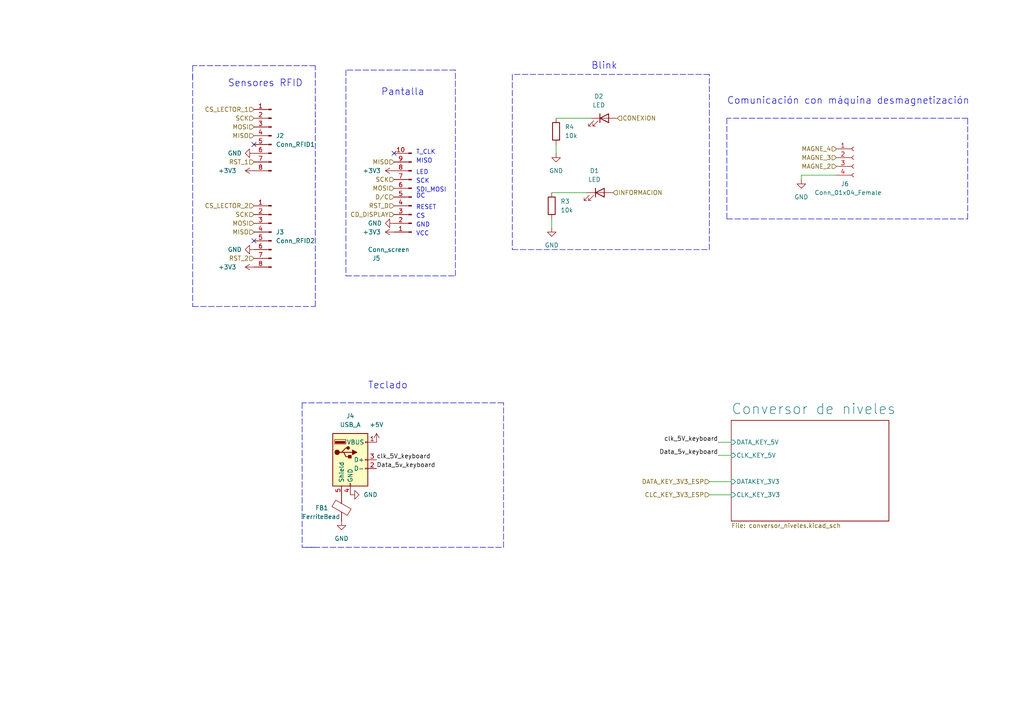
<source format=kicad_sch>
(kicad_sch (version 20211123) (generator eeschema)
  (paper "A4")
  (lib_symbols
    (symbol "Connector:Conn_01x04_Female" (pin_names (offset 1.016) hide)
      (property "Reference" "J" (at 0 5.08 0))
      (property "Value" "Conn_01x04_Female" (at 0 -7.62 0))
      (symbol "Conn_01x04_Female_1_1"
        (arc (start 0 -4.572) (mid -0.508 -5.08) (end 0 -5.588) (stroke (width 0.1524)))
        (arc (start 0 -2.032) (mid -0.508 -2.54) (end 0 -3.048) (stroke (width 0.1524)))
        (polyline (pts (xy -1.27 -5.08) (xy -0.508 -5.08)) (stroke (width 0.1524)))
        (polyline (pts (xy -1.27 -2.54) (xy -0.508 -2.54)) (stroke (width 0.1524)))
        (polyline (pts (xy -1.27 0) (xy -0.508 0)) (stroke (width 0.1524)))
        (polyline (pts (xy -1.27 2.54) (xy -0.508 2.54)) (stroke (width 0.1524)))
        (arc (start 0 0.508) (mid -0.508 0) (end 0 -0.508) (stroke (width 0.1524)))
        (arc (start 0 3.048) (mid -0.508 2.54) (end 0 2.032) (stroke (width 0.1524)))
        (pin passive line (at -5.08 2.54 0) (length 3.81) (name "Pin_1") (number "1"))
        (pin passive line (at -5.08 0 0) (length 3.81) (name "Pin_2") (number "2"))
        (pin passive line (at -5.08 -2.54 0) (length 3.81) (name "Pin_3") (number "3"))
        (pin passive line (at -5.08 -5.08 0) (length 3.81) (name "Pin_4") (number "4"))
      )
    )
    (symbol "Connector:Conn_01x08_Male" (pin_names (offset 1.016) hide)
      (property "Reference" "J" (at 0 10.16 0))
      (property "Value" "Conn_01x08_Male" (at 0 -12.7 0))
      (symbol "Conn_01x08_Male_1_1"
        (polyline (pts (xy 1.27 -10.16) (xy 0.8636 -10.16)) (stroke (width 0.1524)))
        (polyline (pts (xy 1.27 -7.62) (xy 0.8636 -7.62)) (stroke (width 0.1524)))
        (polyline (pts (xy 1.27 -5.08) (xy 0.8636 -5.08)) (stroke (width 0.1524)))
        (polyline (pts (xy 1.27 -2.54) (xy 0.8636 -2.54)) (stroke (width 0.1524)))
        (polyline (pts (xy 1.27 0) (xy 0.8636 0)) (stroke (width 0.1524)))
        (polyline (pts (xy 1.27 2.54) (xy 0.8636 2.54)) (stroke (width 0.1524)))
        (polyline (pts (xy 1.27 5.08) (xy 0.8636 5.08)) (stroke (width 0.1524)))
        (polyline (pts (xy 1.27 7.62) (xy 0.8636 7.62)) (stroke (width 0.1524)))
        (rectangle (start 0.8636 -10.033) (end 0 -10.287) (stroke (width 0.1524)) (fill (type outline)))
        (rectangle (start 0.8636 -7.493) (end 0 -7.747) (stroke (width 0.1524)) (fill (type outline)))
        (rectangle (start 0.8636 -4.953) (end 0 -5.207) (stroke (width 0.1524)) (fill (type outline)))
        (rectangle (start 0.8636 -2.413) (end 0 -2.667) (stroke (width 0.1524)) (fill (type outline)))
        (rectangle (start 0.8636 0.127) (end 0 -0.127) (stroke (width 0.1524)) (fill (type outline)))
        (rectangle (start 0.8636 2.667) (end 0 2.413) (stroke (width 0.1524)) (fill (type outline)))
        (rectangle (start 0.8636 5.207) (end 0 4.953) (stroke (width 0.1524)) (fill (type outline)))
        (rectangle (start 0.8636 7.747) (end 0 7.493) (stroke (width 0.1524)) (fill (type outline)))
        (pin passive line (at 5.08 7.62 180) (length 3.81) (name "Pin_1") (number "1"))
        (pin passive line (at 5.08 5.08 180) (length 3.81) (name "Pin_2") (number "2"))
        (pin passive line (at 5.08 2.54 180) (length 3.81) (name "Pin_3") (number "3"))
        (pin passive line (at 5.08 0 180) (length 3.81) (name "Pin_4") (number "4"))
        (pin passive line (at 5.08 -2.54 180) (length 3.81) (name "Pin_5") (number "5"))
        (pin passive line (at 5.08 -5.08 180) (length 3.81) (name "Pin_6") (number "6"))
        (pin passive line (at 5.08 -7.62 180) (length 3.81) (name "Pin_7") (number "7"))
        (pin passive line (at 5.08 -10.16 180) (length 3.81) (name "Pin_8") (number "8"))
      )
    )
    (symbol "Connector:Conn_01x10_Male" (pin_names (offset 1.016) hide)
      (property "Reference" "J" (at 0 12.7 0))
      (property "Value" "Conn_01x10_Male" (at 0 -15.24 0))
      (symbol "Conn_01x10_Male_1_1"
        (polyline (pts (xy 1.27 -12.7) (xy 0.8636 -12.7)) (stroke (width 0.1524)))
        (polyline (pts (xy 1.27 -10.16) (xy 0.8636 -10.16)) (stroke (width 0.1524)))
        (polyline (pts (xy 1.27 -7.62) (xy 0.8636 -7.62)) (stroke (width 0.1524)))
        (polyline (pts (xy 1.27 -5.08) (xy 0.8636 -5.08)) (stroke (width 0.1524)))
        (polyline (pts (xy 1.27 -2.54) (xy 0.8636 -2.54)) (stroke (width 0.1524)))
        (polyline (pts (xy 1.27 0) (xy 0.8636 0)) (stroke (width 0.1524)))
        (polyline (pts (xy 1.27 2.54) (xy 0.8636 2.54)) (stroke (width 0.1524)))
        (polyline (pts (xy 1.27 5.08) (xy 0.8636 5.08)) (stroke (width 0.1524)))
        (polyline (pts (xy 1.27 7.62) (xy 0.8636 7.62)) (stroke (width 0.1524)))
        (polyline (pts (xy 1.27 10.16) (xy 0.8636 10.16)) (stroke (width 0.1524)))
        (rectangle (start 0.8636 -12.573) (end 0 -12.827) (stroke (width 0.1524)) (fill (type outline)))
        (rectangle (start 0.8636 -10.033) (end 0 -10.287) (stroke (width 0.1524)) (fill (type outline)))
        (rectangle (start 0.8636 -7.493) (end 0 -7.747) (stroke (width 0.1524)) (fill (type outline)))
        (rectangle (start 0.8636 -4.953) (end 0 -5.207) (stroke (width 0.1524)) (fill (type outline)))
        (rectangle (start 0.8636 -2.413) (end 0 -2.667) (stroke (width 0.1524)) (fill (type outline)))
        (rectangle (start 0.8636 0.127) (end 0 -0.127) (stroke (width 0.1524)) (fill (type outline)))
        (rectangle (start 0.8636 2.667) (end 0 2.413) (stroke (width 0.1524)) (fill (type outline)))
        (rectangle (start 0.8636 5.207) (end 0 4.953) (stroke (width 0.1524)) (fill (type outline)))
        (rectangle (start 0.8636 7.747) (end 0 7.493) (stroke (width 0.1524)) (fill (type outline)))
        (rectangle (start 0.8636 10.287) (end 0 10.033) (stroke (width 0.1524)) (fill (type outline)))
        (pin passive line (at 5.08 10.16 180) (length 3.81) (name "Pin_1") (number "1"))
        (pin passive line (at 5.08 -12.7 180) (length 3.81) (name "Pin_10") (number "10"))
        (pin passive line (at 5.08 7.62 180) (length 3.81) (name "Pin_2") (number "2"))
        (pin passive line (at 5.08 5.08 180) (length 3.81) (name "Pin_3") (number "3"))
        (pin passive line (at 5.08 2.54 180) (length 3.81) (name "Pin_4") (number "4"))
        (pin passive line (at 5.08 0 180) (length 3.81) (name "Pin_5") (number "5"))
        (pin passive line (at 5.08 -2.54 180) (length 3.81) (name "Pin_6") (number "6"))
        (pin passive line (at 5.08 -5.08 180) (length 3.81) (name "Pin_7") (number "7"))
        (pin passive line (at 5.08 -7.62 180) (length 3.81) (name "Pin_8") (number "8"))
        (pin passive line (at 5.08 -10.16 180) (length 3.81) (name "Pin_9") (number "9"))
      )
    )
    (symbol "Connector:USB_A" (pin_names (offset 1.016))
      (property "Reference" "J" (at -5.08 11.43 0))
      (property "Value" "USB_A" (at -5.08 8.89 0))
      (symbol "USB_A_0_1"
        (rectangle (start -5.08 -7.62) (end 5.08 7.62) (stroke (width 0.254)) (fill (type background)))
        (circle (center -3.81 2.159) (radius 0.635) (stroke (width 0.254)) (fill (type outline)))
        (rectangle (start -1.524 4.826) (end -4.318 5.334) (fill (type outline)))
        (rectangle (start -1.27 4.572) (end -4.572 5.842))
        (circle (center -0.635 3.429) (radius 0.381) (stroke (width 0.254)) (fill (type outline)))
        (rectangle (start -0.127 -7.62) (end 0.127 -6.858))
        (polyline (pts (xy -3.175 2.159) (xy -2.54 2.159) (xy -1.27 3.429) (xy -0.635 3.429)) (stroke (width 0.254)))
        (polyline (pts (xy -2.54 2.159) (xy -1.905 2.159) (xy -1.27 0.889) (xy 0 0.889)) (stroke (width 0.254)))
        (polyline (pts (xy 0.635 2.794) (xy 0.635 1.524) (xy 1.905 2.159) (xy 0.635 2.794)) (stroke (width 0.254)) (fill (type outline)))
        (rectangle (start 0.254 1.27) (end -0.508 0.508) (stroke (width 0.254)) (fill (type outline)))
        (rectangle (start 5.08 -2.667) (end 4.318 -2.413))
        (rectangle (start 5.08 -0.127) (end 4.318 0.127))
        (rectangle (start 5.08 4.953) (end 4.318 5.207))
      )
      (symbol "USB_A_1_1"
        (polyline (pts (xy -1.905 2.159) (xy 0.635 2.159)) (stroke (width 0.254)))
        (pin power_in line (at 7.62 5.08 180) (length 2.54) (name "VBUS") (number "1"))
        (pin bidirectional line (at 7.62 -2.54 180) (length 2.54) (name "D-") (number "2"))
        (pin bidirectional line (at 7.62 0 180) (length 2.54) (name "D+") (number "3"))
        (pin power_in line (at 0 -10.16 90) (length 2.54) (name "GND") (number "4"))
        (pin passive line (at -2.54 -10.16 90) (length 2.54) (name "Shield") (number "5"))
      )
    )
    (symbol "Device:FerriteBead" (pin_numbers hide) (pin_names (offset 0))
      (property "Reference" "FB" (at -3.81 0.635 90))
      (property "Value" "FerriteBead" (at 3.81 0 90))
      (symbol "FerriteBead_0_1"
        (polyline (pts (xy 0 -1.27) (xy 0 -1.2192)))
        (polyline (pts (xy 0 1.27) (xy 0 1.2954)))
        (polyline (pts (xy -2.7686 0.4064) (xy -1.7018 2.2606) (xy 2.7686 -0.3048) (xy 1.6764 -2.159) (xy -2.7686 0.4064)))
      )
      (symbol "FerriteBead_1_1"
        (pin passive line (at 0 3.81 270) (length 2.54) (name "~") (number "1"))
        (pin passive line (at 0 -3.81 90) (length 2.54) (name "~") (number "2"))
      )
    )
    (symbol "Device:LED" (pin_numbers hide) (pin_names (offset 1.016) hide)
      (property "Reference" "D" (at 0 2.54 0))
      (property "Value" "LED" (at 0 -2.54 0))
      (symbol "LED_0_1"
        (polyline (pts (xy -1.27 -1.27) (xy -1.27 1.27)) (stroke (width 0.254)))
        (polyline (pts (xy -1.27 0) (xy 1.27 0)))
        (polyline (pts (xy 1.27 -1.27) (xy 1.27 1.27) (xy -1.27 0) (xy 1.27 -1.27)) (stroke (width 0.254)))
        (polyline (pts (xy -3.048 -0.762) (xy -4.572 -2.286) (xy -3.81 -2.286) (xy -4.572 -2.286) (xy -4.572 -1.524)))
        (polyline (pts (xy -1.778 -0.762) (xy -3.302 -2.286) (xy -2.54 -2.286) (xy -3.302 -2.286) (xy -3.302 -1.524)))
      )
      (symbol "LED_1_1"
        (pin passive line (at -3.81 0 0) (length 2.54) (name "K") (number "1"))
        (pin passive line (at 3.81 0 180) (length 2.54) (name "A") (number "2"))
      )
    )
    (symbol "Device:R" (pin_numbers hide) (pin_names (offset 0))
      (property "Reference" "R" (at 2.032 0 90))
      (property "Value" "R" (at 0 0 90))
      (symbol "R_0_1"
        (rectangle (start -1.016 -2.54) (end 1.016 2.54) (stroke (width 0.254)))
      )
      (symbol "R_1_1"
        (pin passive line (at 0 3.81 270) (length 1.27) (name "~") (number "1"))
        (pin passive line (at 0 -3.81 90) (length 1.27) (name "~") (number "2"))
      )
    )
    (symbol "power:+3.3V" (power) (pin_names (offset 0))
      (property "Value" "+3.3V" (at 0 3.556 0))
      (symbol "+3.3V_0_1"
        (polyline (pts (xy -0.762 1.27) (xy 0 2.54)))
        (polyline (pts (xy 0 0) (xy 0 2.54)))
        (polyline (pts (xy 0 2.54) (xy 0.762 1.27)))
      )
      (symbol "+3.3V_1_1"
        (pin power_in line (at 0 0 90) (length 0) hide (name "+3V3") (number "1"))
      )
    )
    (symbol "power:+5V" (power) (pin_names (offset 0))
      (property "Value" "+5V" (at 0 3.556 0))
      (symbol "+5V_0_1"
        (polyline (pts (xy -0.762 1.27) (xy 0 2.54)))
        (polyline (pts (xy 0 0) (xy 0 2.54)))
        (polyline (pts (xy 0 2.54) (xy 0.762 1.27)))
      )
      (symbol "+5V_1_1"
        (pin power_in line (at 0 0 90) (length 0) hide (name "+5V") (number "1"))
      )
    )
    (symbol "power:GND" (power) (pin_names (offset 0))
      (property "Value" "GND" (at 0 -3.81 0))
      (symbol "GND_0_1"
        (polyline (pts (xy 0 0) (xy 0 -1.27) (xy 1.27 -1.27) (xy 0 -2.54) (xy -1.27 -1.27) (xy 0 -1.27)))
      )
      (symbol "GND_1_1"
        (pin power_in line (at 0 0 270) (length 0) hide (name "GND") (number "1"))
      )
    )
  )
  (no_connect (at 114.3 44.45))
  (no_connect (at 73.66 41.91))
  (no_connect (at 73.66 69.85))
  (polyline (pts (xy 55.88 19.05) (xy 55.88 22.86)))
  (wire (pts (xy 205.74 139.7) (xy 212.09 139.7)))
  (polyline (pts (xy 210.82 63.5) (xy 218.44 63.5)))
  (wire (pts (xy 208.28 132.08) (xy 212.09 132.08)))
  (polyline (pts (xy 146.05 116.84) (xy 87.63 116.84)))
  (polyline (pts (xy 210.82 34.29) (xy 210.82 63.5)))
  (wire (pts (xy 160.02 55.88) (xy 170.18 55.88)))
  (polyline (pts (xy 100.33 80.01) (xy 132.08 80.01)))
  (polyline (pts (xy 205.74 21.59) (xy 148.59 21.59)))
  (wire (pts (xy 161.29 34.29) (xy 171.45 34.29)))
  (wire (pts (xy 208.28 128.27) (xy 212.09 128.27)))
  (polyline (pts (xy 88.9 158.75) (xy 146.05 158.75)))
  (polyline (pts (xy 146.05 158.75) (xy 146.05 116.84)))
  (polyline (pts (xy 91.44 88.9) (xy 91.44 19.05)))
  (polyline (pts (xy 218.44 63.5) (xy 280.67 63.5)))
  (polyline (pts (xy 148.59 72.39) (xy 205.74 72.39)))
  (polyline (pts (xy 132.08 20.32) (xy 100.33 20.32)))
  (polyline (pts (xy 280.67 63.5) (xy 280.67 34.29)))
  (wire (pts (xy 205.74 143.51) (xy 212.09 143.51)))
  (polyline (pts (xy 280.67 34.29) (xy 210.82 34.29)))
  (polyline (pts (xy 55.88 21.59) (xy 55.88 88.9)))
  (polyline (pts (xy 148.59 21.59) (xy 148.59 72.39)))
  (polyline (pts (xy 100.33 20.32) (xy 100.33 80.01)))
  (polyline (pts (xy 205.74 72.39) (xy 205.74 21.59)))
  (polyline (pts (xy 55.88 88.9) (xy 91.44 88.9)))
  (polyline (pts (xy 87.63 116.84) (xy 87.63 158.75)))
  (wire (pts (xy 232.41 50.8) (xy 232.41 52.07)))
  (wire (pts (xy 160.02 63.5) (xy 160.02 66.04)))
  (polyline (pts (xy 91.44 19.05) (xy 55.88 19.05)))
  (wire (pts (xy 161.29 41.91) (xy 161.29 44.45)))
  (wire (pts (xy 242.57 50.8) (xy 232.41 50.8)))
  (polyline (pts (xy 87.63 158.75) (xy 91.44 158.75)))
  (polyline (pts (xy 132.08 80.01) (xy 132.08 20.32)))
  (text "Sensores RFID\n" (at 66.04 25.4 0) (effects (font (size 2 2)) (justify left bottom)))
  (text "MISO\n\n" (at 120.65 49.53 0) (effects (font (size 1.27 1.27)) (justify left bottom)))
  (text "Teclado\n" (at 106.68 113.03 0) (effects (font (size 2 2)) (justify left bottom)))
  (text "RESET\n" (at 120.65 60.96 0) (effects (font (size 1.27 1.27)) (justify left bottom)))
  (text "CS" (at 120.65 63.5 0) (effects (font (size 1.27 1.27)) (justify left bottom)))
  (text "T_CLK\n\n" (at 120.65 46.99 0) (effects (font (size 1.27 1.27)) (justify left bottom)))
  (text "Pantalla" (at 110.49 27.94 0) (effects (font (size 2 2)) (justify left bottom)))
  (text "SDI_MOSI\n" (at 120.65 55.88 0) (effects (font (size 1.27 1.27)) (justify left bottom)))
  (text "DC\n\n" (at 120.65 59.69 0) (effects (font (size 1.27 1.27)) (justify left bottom)))
  (text "GND\n" (at 120.65 66.04 0) (effects (font (size 1.27 1.27)) (justify left bottom)))
  (text "Comunicación con máquina desmagnetización \n" (at 210.82 30.48 0) (effects (font (size 2 2)) (justify left bottom)))
  (text "Blink\n" (at 171.45 20.32 0) (effects (font (size 2 2)) (justify left bottom)))
  (text "LED\n" (at 120.65 50.8 0) (effects (font (size 1.27 1.27)) (justify left bottom)))
  (text "SCK\n" (at 120.65 53.34 0) (effects (font (size 1.27 1.27)) (justify left bottom)))
  (text "VCC\n" (at 120.65 68.58 0) (effects (font (size 1.27 1.27)) (justify left bottom)))
  (label "Data_5v_keyboard" (at 109.22 135.89 0))
  (label "Data_5v_keyboard" (at 208.28 132.08 180))
  (label "clk_5V_keyboard" (at 109.22 133.35 0))
  (label "clk_5V_keyboard" (at 208.28 128.27 180))
  (hierarchical_label "D{slash}C" (shape input) (at 114.3 57.15 180))
  (hierarchical_label "DATA_KEY_3V3_ESP" (shape input) (at 205.74 139.7 180))
  (hierarchical_label "RST_2" (shape input) (at 73.66 74.93 180))
  (hierarchical_label "CS_LECTOR_2" (shape input) (at 73.66 59.69 180))
  (hierarchical_label "MAGNE_4" (shape input) (at 242.57 43.18 180))
  (hierarchical_label "SCK" (shape input) (at 73.66 62.23 180))
  (hierarchical_label "RST_D" (shape input) (at 114.3 59.69 180))
  (hierarchical_label "MAGNE_3" (shape input) (at 242.57 45.72 180))
  (hierarchical_label "MOSI" (shape input) (at 73.66 64.77 180))
  (hierarchical_label "RST_1" (shape input) (at 73.66 46.99 180))
  (hierarchical_label "MISO" (shape input) (at 114.3 46.99 180))
  (hierarchical_label "SCK" (shape input) (at 73.66 34.29 180))
  (hierarchical_label "SCK" (shape input) (at 114.3 52.07 180))
  (hierarchical_label "CD_DISPLAY" (shape input) (at 114.3 62.23 180))
  (hierarchical_label "MISO" (shape input) (at 73.66 39.37 180))
  (hierarchical_label "MOSI" (shape input) (at 114.3 54.61 180))
  (hierarchical_label "MAGNE_2" (shape input) (at 242.57 48.26 180))
  (hierarchical_label "INFORMACION" (shape input) (at 177.8 55.88 0))
  (hierarchical_label "CS_LECTOR_1" (shape input) (at 73.66 31.75 180))
  (hierarchical_label "MISO" (shape input) (at 73.66 67.31 180))
  (hierarchical_label "CONEXION" (shape input) (at 179.07 34.29 0))
  (hierarchical_label "CLC_KEY_3V3_ESP" (shape input) (at 205.74 143.51 180))
  (hierarchical_label "MOSI" (shape input) (at 73.66 36.83 180))
  (symbol (lib_id "power:+3.3V") (at 73.66 49.53 90) (unit 1)
    (property "Reference" "#PWR022" (effects hide))
    (property "Value" "+3.3V" (at 68.58 49.53 90) (effects (justify left)))
  )
  (symbol (lib_id "power:GND") (at 99.06 151.13 0) (unit 1)
    (property "Reference" "#PWR025" (effects hide))
    (property "Value" "GND" (at 99.06 156.21 0))
  )
  (symbol (lib_id "Device:LED") (at 175.26 34.29 0) (unit 1)
    (property "Reference" "D2" (at 173.6725 27.94 0))
    (property "Value" "LED" (at 173.6725 30.48 0))
    (property "Footprint" "LED_SMD:LED_1206_3216Metric_Pad1.42x1.75mm_HandSolder" (effects hide))
    (property "compra" "https://articulo.mercadolibre.com.co/MCO-638946948-diodo-led-smd-1206-x-5-unidades-_JM?searchVariation=88912430079#searchVariation=88912430079&position=43&search_layout=stack&type=item&tracking_id=d4231f3d-9e3d-4e5a-af3b-f00ddaa8a1b0" (effects hide))
  )
  (symbol (lib_id "Connector:Conn_01x04_Female") (at 247.65 45.72 0) (unit 1)
    (property "Reference" "J6" (at 243.84 53.34 0) (effects (justify left)))
    (property "Value" "Conn_01x04_Female" (at 236.22 55.88 0) (effects (justify left)))
    (property "Footprint" "Connector_JST:JST_EH_S4B-EH_1x04_P2.50mm_Horizontal" (effects hide))
  )
  (symbol (lib_id "power:GND") (at 161.29 44.45 0) (unit 1)
    (property "Reference" "#PWR032" (effects hide))
    (property "Value" "GND" (at 161.29 49.53 0))
  )
  (symbol (lib_id "power:+3.3V") (at 114.3 67.31 90) (unit 1)
    (property "Reference" "#PWR030" (effects hide))
    (property "Value" "+3.3V" (at 110.49 67.3099 90) (effects (justify left)))
  )
  (symbol (lib_id "power:GND") (at 160.02 66.04 0) (unit 1)
    (property "Reference" "#PWR031" (effects hide))
    (property "Value" "GND" (at 160.02 71.12 0))
  )
  (symbol (lib_id "power:+5V") (at 109.22 128.27 0) (unit 1)
    (property "Reference" "#PWR027" (effects hide))
    (property "Value" "+5V" (at 109.22 123.19 0))
  )
  (symbol (lib_id "power:GND") (at 73.66 44.45 270) (unit 1)
    (property "Reference" "#PWR021" (effects hide))
    (property "Value" "GND" (at 66.04 44.45 90) (effects (justify left)))
  )
  (symbol (lib_id "Connector:Conn_01x08_Male") (at 78.74 67.31 0) (mirror y) (unit 1)
    (property "Reference" "J3" (at 80.01 67.3099 0) (effects (justify right)))
    (property "Value" "Conn_RFID2" (at 80.01 69.8499 0) (effects (justify right)))
    (property "Footprint" "Connector_JST:JST_EH_S8B-EH_1x08_P2.50mm_Horizontal" (effects hide))
  )
  (symbol (lib_id "power:GND") (at 101.6 143.51 90) (unit 1)
    (property "Reference" "#PWR026" (effects hide))
    (property "Value" "GND" (at 105.41 143.5099 90) (effects (justify right)))
  )
  (symbol (lib_id "Device:LED") (at 173.99 55.88 0) (unit 1)
    (property "Reference" "D1" (at 172.4025 49.53 0))
    (property "Value" "LED" (at 172.4025 52.07 0))
    (property "Footprint" "LED_SMD:LED_1206_3216Metric_Pad1.42x1.75mm_HandSolder" (effects hide))
    (property "compra" "https://articulo.mercadolibre.com.co/MCO-638946948-diodo-led-smd-1206-x-5-unidades-_JM?searchVariation=88912430079#searchVariation=88912430079&position=43&search_layout=stack&type=item&tracking_id=d4231f3d-9e3d-4e5a-af3b-f00ddaa8a1b0" (effects hide))
  )
  (symbol (lib_id "Connector:USB_A") (at 101.6 133.35 0) (unit 1)
    (property "Reference" "J4" (at 101.6 120.65 0))
    (property "Value" "USB_A" (at 101.6 123.19 0))
    (property "Footprint" "Connector_USB:USB_A_Molex_67643_Horizontal" (effects hide))
    (property "Datasheet" " ~" (effects hide))
  )
  (symbol (lib_id "Connector:Conn_01x08_Male") (at 78.74 39.37 0) (mirror y) (unit 1)
    (property "Reference" "J2" (at 80.01 39.3699 0) (effects (justify right)))
    (property "Value" "Conn_RFID1" (at 80.01 41.9099 0) (effects (justify right)))
    (property "Footprint" "Connector_JST:JST_EH_S8B-EH_1x08_P2.50mm_Horizontal" (effects hide))
  )
  (symbol (lib_id "Device:FerriteBead") (at 99.06 147.32 0) (unit 1)
    (property "Reference" "FB1" (at 91.44 147.32 0) (effects (justify left)))
    (property "Value" "FerriteBead" (at 87.63 149.86 0) (effects (justify left)))
    (property "Footprint" "Resistor_SMD:R_0603_1608Metric_Pad0.98x0.95mm_HandSolder" (effects hide))
  )
  (symbol (lib_id "power:+3.3V") (at 73.66 77.47 90) (unit 1)
    (property "Reference" "#PWR024" (effects hide))
    (property "Value" "+3.3V" (at 68.58 77.47 90) (effects (justify left)))
  )
  (symbol (lib_id "Connector:Conn_01x10_Male") (at 119.38 57.15 180) (unit 1)
    (property "Reference" "J5" (at 107.95 74.93 0) (effects (justify right)))
    (property "Value" "Conn_screen" (at 106.68 72.39 0) (effects (justify right)))
    (property "Footprint" "Connector_JST:JST_EH_S10B-EH_1x10_P2.50mm_Horizontal" (effects hide))
  )
  (symbol (lib_id "Device:R") (at 161.29 38.1 0) (unit 1)
    (property "Reference" "R4" (at 163.83 36.8299 0) (effects (justify left)))
    (property "Value" "10k" (at 163.83 39.3699 0) (effects (justify left)))
    (property "Footprint" "Resistor_SMD:R_0805_2012Metric_Pad1.20x1.40mm_HandSolder" (effects hide))
  )
  (symbol (lib_id "power:GND") (at 73.66 72.39 270) (unit 1)
    (property "Reference" "#PWR023" (effects hide))
    (property "Value" "GND" (at 66.04 72.39 90) (effects (justify left)))
  )
  (symbol (lib_id "Device:R") (at 160.02 59.69 0) (unit 1)
    (property "Reference" "R3" (at 162.56 58.4199 0) (effects (justify left)))
    (property "Value" "10k" (at 162.56 60.9599 0) (effects (justify left)))
    (property "Footprint" "Resistor_SMD:R_0805_2012Metric_Pad1.20x1.40mm_HandSolder" (effects hide))
  )
  (symbol (lib_id "power:+3.3V") (at 114.3 49.53 90) (unit 1)
    (property "Reference" "#PWR028" (effects hide))
    (property "Value" "+3.3V" (at 110.49 49.5299 90) (effects (justify left)))
  )
  (symbol (lib_id "power:GND") (at 114.3 64.77 270) (mirror x) (unit 1)
    (property "Reference" "#PWR029" (effects hide))
    (property "Value" "GND" (at 106.68 64.77 90) (effects (justify left)))
  )
  (symbol (lib_id "power:GND") (at 232.41 52.07 0) (unit 1)
    (property "Reference" "#PWR033" (effects hide))
    (property "Value" "GND" (at 232.41 57.15 0))
  )
  (sheet (at 212.09 121.92) (size 45.72 29.21) (stroke (width 0.1524))
    (property "Sheet name" "Conversor de niveles" (at 212.09 120.3434 0) (effects (font (size 3 3)) (justify left bottom)))
    (property "Sheet file" "conversor_niveles.kicad_sch" (at 212.09 151.7146 0) (effects (justify left top)))
    (pin "CLK_KEY_3V3" input (at 212.09 143.51 180))
    (pin "CLK_KEY_5V" input (at 212.09 132.08 180))
    (pin "DATA_KEY_5V" input (at 212.09 128.27 180))
    (pin "DATAKEY_3V3" input (at 212.09 139.7 180))
  )
)
</source>
